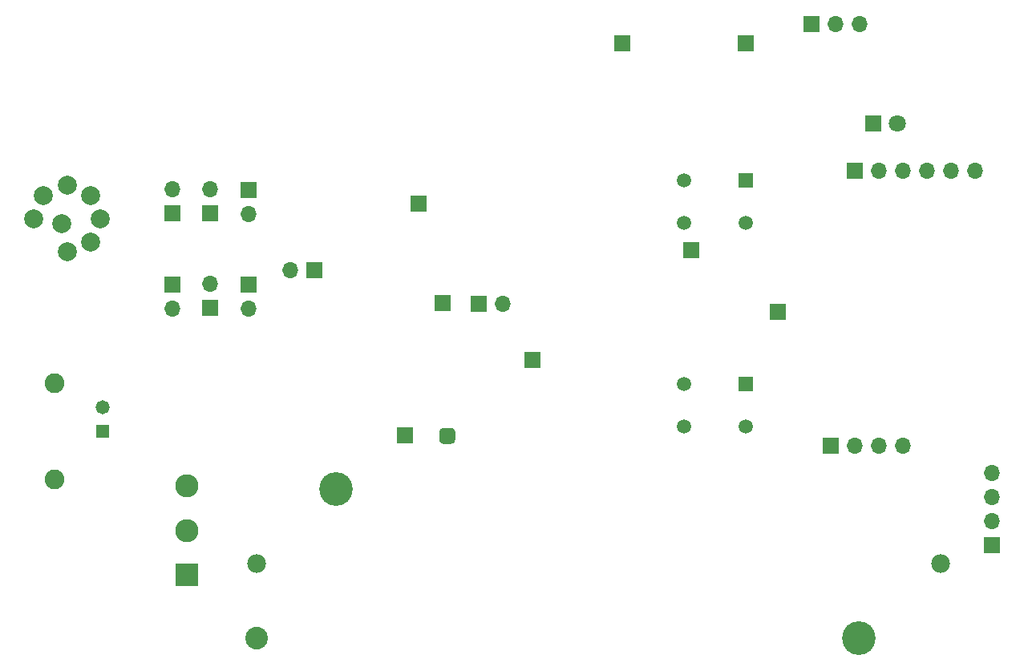
<source format=gbr>
%TF.GenerationSoftware,KiCad,Pcbnew,(5.1.10)-1*%
%TF.CreationDate,2022-05-25T15:21:49+02:00*%
%TF.ProjectId,NGL_Proto_EURO,4e474c5f-5072-46f7-946f-5f4555524f2e,V1*%
%TF.SameCoordinates,Original*%
%TF.FileFunction,Soldermask,Bot*%
%TF.FilePolarity,Negative*%
%FSLAX46Y46*%
G04 Gerber Fmt 4.6, Leading zero omitted, Abs format (unit mm)*
G04 Created by KiCad (PCBNEW (5.1.10)-1) date 2022-05-25 15:21:49*
%MOMM*%
%LPD*%
G01*
G04 APERTURE LIST*
%ADD10C,2.090000*%
%ADD11C,1.478000*%
%ADD12R,1.478000X1.478000*%
%ADD13C,1.498600*%
%ADD14R,1.498600X1.498600*%
%ADD15C,2.390000*%
%ADD16C,3.550000*%
%ADD17C,1.980000*%
%ADD18C,2.450000*%
%ADD19R,2.450000X2.450000*%
%ADD20O,1.700000X1.700000*%
%ADD21R,1.700000X1.700000*%
%ADD22R,1.800000X1.800000*%
%ADD23C,1.800000*%
%ADD24C,2.000000*%
G04 APERTURE END LIST*
D10*
%TO.C,J3*%
X107500000Y-89920000D03*
X107500000Y-100080000D03*
D11*
X112580000Y-92460000D03*
D12*
X112580000Y-95000000D03*
%TD*%
D13*
%TO.C,SW3*%
X173999999Y-68499999D03*
X173999999Y-73000000D03*
X180500001Y-73000000D03*
D14*
X180500001Y-68499999D03*
%TD*%
D13*
%TO.C,SW4*%
X173999999Y-89999999D03*
X173999999Y-94500000D03*
X180500001Y-94500000D03*
D14*
X180500001Y-89999999D03*
%TD*%
D15*
%TO.C,BT1*%
X128890000Y-116870000D03*
D16*
X192470000Y-116870000D03*
X137270000Y-101130000D03*
D17*
X201110000Y-109000000D03*
X128890000Y-109000000D03*
%TD*%
D18*
%TO.C,S1*%
X121500000Y-100800000D03*
X121500000Y-105500000D03*
D19*
X121500000Y-110200000D03*
%TD*%
D20*
%TO.C,J5*%
X197120000Y-96550000D03*
X194580000Y-96550000D03*
X192040000Y-96550000D03*
D21*
X189500000Y-96550000D03*
%TD*%
%TO.C,J2*%
X206500000Y-107080000D03*
D20*
X206500000Y-104540000D03*
X206500000Y-102000000D03*
X206500000Y-99460000D03*
%TD*%
D22*
%TO.C,D10*%
X194000000Y-62500000D03*
D23*
X196540000Y-62500000D03*
%TD*%
D21*
%TO.C,J4*%
X192000000Y-67500000D03*
D20*
X194540000Y-67500000D03*
X197080000Y-67500000D03*
X199620000Y-67500000D03*
X202160000Y-67500000D03*
X204700000Y-67500000D03*
%TD*%
D21*
%TO.C,J6*%
X187460000Y-52000000D03*
D20*
X190000000Y-52000000D03*
X192540000Y-52000000D03*
%TD*%
%TO.C,JP1*%
X124000000Y-79460000D03*
D21*
X124000000Y-82000000D03*
%TD*%
%TO.C,JP2*%
X124000000Y-72000000D03*
D20*
X124000000Y-69460000D03*
%TD*%
D21*
%TO.C,JP3*%
X152300000Y-81550000D03*
D20*
X154840000Y-81550000D03*
%TD*%
D21*
%TO.C,JP4*%
X128000000Y-69500000D03*
D20*
X128000000Y-72040000D03*
%TD*%
%TO.C,JP8*%
X120000000Y-82040000D03*
D21*
X120000000Y-79500000D03*
%TD*%
%TO.C,JP9*%
X128000000Y-79500000D03*
D20*
X128000000Y-82040000D03*
%TD*%
%TO.C,JP10*%
X120000000Y-69460000D03*
D21*
X120000000Y-72000000D03*
%TD*%
D20*
%TO.C,JP11*%
X132460000Y-78000000D03*
D21*
X135000000Y-78000000D03*
%TD*%
%TO.C,TP2*%
X180500000Y-54000000D03*
%TD*%
%TO.C,TP7*%
X144500000Y-95450000D03*
%TD*%
%TO.C,TP8*%
G36*
G01*
X148150000Y-95925000D02*
X148150000Y-95075000D01*
G75*
G02*
X148575000Y-94650000I425000J0D01*
G01*
X149425000Y-94650000D01*
G75*
G02*
X149850000Y-95075000I0J-425000D01*
G01*
X149850000Y-95925000D01*
G75*
G02*
X149425000Y-96350000I-425000J0D01*
G01*
X148575000Y-96350000D01*
G75*
G02*
X148150000Y-95925000I0J425000D01*
G01*
G37*
%TD*%
%TO.C,TP4*%
X183900000Y-82400000D03*
%TD*%
%TO.C,TP1*%
X146000000Y-71000000D03*
%TD*%
%TO.C,TP3*%
X148500000Y-81500000D03*
%TD*%
%TO.C,TP5*%
X167500000Y-54000000D03*
%TD*%
%TO.C,TP11*%
X158000000Y-87500000D03*
%TD*%
%TO.C,TP12*%
X174750000Y-75850000D03*
%TD*%
D24*
%TO.C,J1*%
X111334874Y-75034874D03*
X108860000Y-76060000D03*
X108294315Y-73125685D03*
X105360000Y-72560000D03*
X106385126Y-70085126D03*
X108860000Y-69060000D03*
X111334874Y-70085126D03*
X112360000Y-72560000D03*
%TD*%
M02*

</source>
